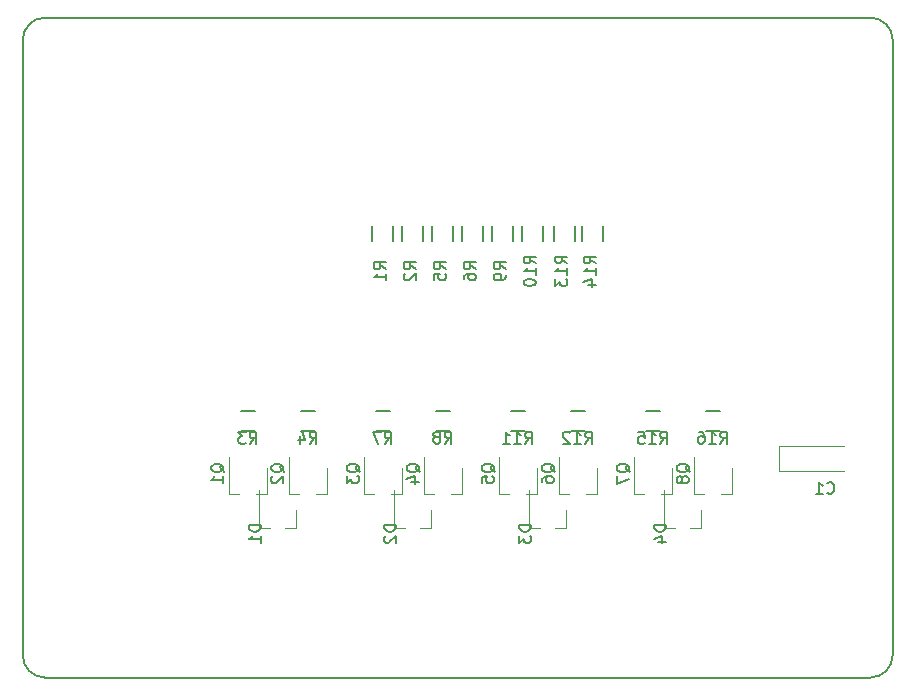
<source format=gbr>
%TF.GenerationSoftware,KiCad,Pcbnew,4.0.7*%
%TF.CreationDate,2018-08-09T22:01:20-06:00*%
%TF.ProjectId,valve_testing,76616C76655F74657374696E672E6B69,rev?*%
%TF.FileFunction,Legend,Bot*%
%FSLAX46Y46*%
G04 Gerber Fmt 4.6, Leading zero omitted, Abs format (unit mm)*
G04 Created by KiCad (PCBNEW 4.0.7) date Thursday, August 09, 2018 'PMt' 10:01:20 PM*
%MOMM*%
%LPD*%
G01*
G04 APERTURE LIST*
%ADD10C,0.150000*%
%ADD11C,0.120000*%
%ADD12C,0.160000*%
G04 APERTURE END LIST*
D10*
X157480000Y-51435000D02*
X157480000Y-50165000D01*
X83820000Y-51435000D02*
X83820000Y-50165000D01*
X83820000Y-100965000D02*
X83820000Y-102235000D01*
X157480000Y-101092000D02*
X157480000Y-102235000D01*
X83820000Y-51435000D02*
X83820000Y-100965000D01*
X157480000Y-51435000D02*
X157480000Y-101092000D01*
X83820000Y-102235000D02*
G75*
G03X85725000Y-104140000I1905000J0D01*
G01*
X85725000Y-48260000D02*
G75*
G03X83820000Y-50165000I0J-1905000D01*
G01*
X157480000Y-50165000D02*
G75*
G03X155575000Y-48260000I-1905000J0D01*
G01*
X155575000Y-104140000D02*
G75*
G03X157480000Y-102235000I0J1905000D01*
G01*
X155575000Y-48260000D02*
X85725000Y-48260000D01*
X85725000Y-104140000D02*
X155575000Y-104140000D01*
D11*
X115000000Y-88578000D02*
X115910000Y-88578000D01*
X112700000Y-88578000D02*
X113600000Y-88578000D01*
X112690000Y-85503000D02*
X112690000Y-88578000D01*
X115910000Y-86428000D02*
X115910000Y-88578000D01*
D10*
X130542000Y-67148000D02*
X130542000Y-65948000D01*
X128792000Y-65948000D02*
X128792000Y-67148000D01*
X115175000Y-67148000D02*
X115175000Y-65948000D01*
X113425000Y-65948000D02*
X113425000Y-67148000D01*
X117715000Y-67148000D02*
X117715000Y-65948000D01*
X115965000Y-65948000D02*
X115965000Y-67148000D01*
X120255000Y-67148000D02*
X120255000Y-65948000D01*
X118505000Y-65948000D02*
X118505000Y-67148000D01*
X122795000Y-67148000D02*
X122795000Y-65948000D01*
X121045000Y-65948000D02*
X121045000Y-67148000D01*
X125335000Y-67148000D02*
X125335000Y-65948000D01*
X123585000Y-65948000D02*
X123585000Y-67148000D01*
X127875000Y-67148000D02*
X127875000Y-65948000D01*
X126125000Y-65948000D02*
X126125000Y-67148000D01*
D11*
X147865000Y-86648000D02*
X153365000Y-86648000D01*
X147865000Y-84548000D02*
X153365000Y-84548000D01*
X147865000Y-86648000D02*
X147865000Y-84548000D01*
D10*
X132955000Y-67148000D02*
X132955000Y-65948000D01*
X131205000Y-65948000D02*
X131205000Y-67148000D01*
D11*
X106990000Y-91438000D02*
X106060000Y-91438000D01*
X103830000Y-91438000D02*
X104760000Y-91438000D01*
X103830000Y-91438000D02*
X103830000Y-88278000D01*
X106990000Y-91438000D02*
X106990000Y-89978000D01*
X118420000Y-91438000D02*
X117490000Y-91438000D01*
X115260000Y-91438000D02*
X116190000Y-91438000D01*
X115260000Y-91438000D02*
X115260000Y-88278000D01*
X118420000Y-91438000D02*
X118420000Y-89978000D01*
X129850000Y-91438000D02*
X128920000Y-91438000D01*
X126690000Y-91438000D02*
X127620000Y-91438000D01*
X126690000Y-91438000D02*
X126690000Y-88278000D01*
X129850000Y-91438000D02*
X129850000Y-89978000D01*
X141280000Y-91438000D02*
X140350000Y-91438000D01*
X138120000Y-91438000D02*
X139050000Y-91438000D01*
X138120000Y-91438000D02*
X138120000Y-88278000D01*
X141280000Y-91438000D02*
X141280000Y-89978000D01*
X103570000Y-88578000D02*
X104480000Y-88578000D01*
X101270000Y-88578000D02*
X102170000Y-88578000D01*
X101260000Y-85503000D02*
X101260000Y-88578000D01*
X104480000Y-86428000D02*
X104480000Y-88578000D01*
X108650000Y-88578000D02*
X109560000Y-88578000D01*
X106350000Y-88578000D02*
X107250000Y-88578000D01*
X106340000Y-85503000D02*
X106340000Y-88578000D01*
X109560000Y-86428000D02*
X109560000Y-88578000D01*
X120080000Y-88578000D02*
X120990000Y-88578000D01*
X117780000Y-88578000D02*
X118680000Y-88578000D01*
X117770000Y-85503000D02*
X117770000Y-88578000D01*
X120990000Y-86428000D02*
X120990000Y-88578000D01*
X126430000Y-88578000D02*
X127340000Y-88578000D01*
X124130000Y-88578000D02*
X125030000Y-88578000D01*
X124120000Y-85503000D02*
X124120000Y-88578000D01*
X127340000Y-86428000D02*
X127340000Y-88578000D01*
X131510000Y-88578000D02*
X132420000Y-88578000D01*
X129210000Y-88578000D02*
X130110000Y-88578000D01*
X129200000Y-85503000D02*
X129200000Y-88578000D01*
X132420000Y-86428000D02*
X132420000Y-88578000D01*
X137860000Y-88578000D02*
X138770000Y-88578000D01*
X135560000Y-88578000D02*
X136460000Y-88578000D01*
X135550000Y-85503000D02*
X135550000Y-88578000D01*
X138770000Y-86428000D02*
X138770000Y-88578000D01*
X142940000Y-88578000D02*
X143850000Y-88578000D01*
X140640000Y-88578000D02*
X141540000Y-88578000D01*
X140630000Y-85503000D02*
X140630000Y-88578000D01*
X143850000Y-86428000D02*
X143850000Y-88578000D01*
D10*
X103470000Y-81548000D02*
X102270000Y-81548000D01*
X102270000Y-83298000D02*
X103470000Y-83298000D01*
X107350000Y-83298000D02*
X108550000Y-83298000D01*
X108550000Y-81548000D02*
X107350000Y-81548000D01*
X114900000Y-81548000D02*
X113700000Y-81548000D01*
X113700000Y-83298000D02*
X114900000Y-83298000D01*
X118780000Y-83298000D02*
X119980000Y-83298000D01*
X119980000Y-81548000D02*
X118780000Y-81548000D01*
X126330000Y-81548000D02*
X125130000Y-81548000D01*
X125130000Y-83298000D02*
X126330000Y-83298000D01*
X130210000Y-83298000D02*
X131410000Y-83298000D01*
X131410000Y-81548000D02*
X130210000Y-81548000D01*
X137760000Y-81548000D02*
X136560000Y-81548000D01*
X136560000Y-83298000D02*
X137760000Y-83298000D01*
X141640000Y-83298000D02*
X142840000Y-83298000D01*
X142840000Y-81548000D02*
X141640000Y-81548000D01*
D12*
X112347619Y-86772762D02*
X112300000Y-86677524D01*
X112204762Y-86582286D01*
X112061905Y-86439429D01*
X112014286Y-86344190D01*
X112014286Y-86248952D01*
X112252381Y-86296571D02*
X112204762Y-86201333D01*
X112109524Y-86106095D01*
X111919048Y-86058476D01*
X111585714Y-86058476D01*
X111395238Y-86106095D01*
X111300000Y-86201333D01*
X111252381Y-86296571D01*
X111252381Y-86487048D01*
X111300000Y-86582286D01*
X111395238Y-86677524D01*
X111585714Y-86725143D01*
X111919048Y-86725143D01*
X112109524Y-86677524D01*
X112204762Y-86582286D01*
X112252381Y-86487048D01*
X112252381Y-86296571D01*
X111252381Y-87058476D02*
X111252381Y-87677524D01*
X111633333Y-87344190D01*
X111633333Y-87487048D01*
X111680952Y-87582286D01*
X111728571Y-87629905D01*
X111823810Y-87677524D01*
X112061905Y-87677524D01*
X112157143Y-87629905D01*
X112204762Y-87582286D01*
X112252381Y-87487048D01*
X112252381Y-87201333D01*
X112204762Y-87106095D01*
X112157143Y-87058476D01*
X129924381Y-69080143D02*
X129448190Y-68746809D01*
X129924381Y-68508714D02*
X128924381Y-68508714D01*
X128924381Y-68889667D01*
X128972000Y-68984905D01*
X129019619Y-69032524D01*
X129114857Y-69080143D01*
X129257714Y-69080143D01*
X129352952Y-69032524D01*
X129400571Y-68984905D01*
X129448190Y-68889667D01*
X129448190Y-68508714D01*
X129924381Y-70032524D02*
X129924381Y-69461095D01*
X129924381Y-69746809D02*
X128924381Y-69746809D01*
X129067238Y-69651571D01*
X129162476Y-69556333D01*
X129210095Y-69461095D01*
X128924381Y-70365857D02*
X128924381Y-70984905D01*
X129305333Y-70651571D01*
X129305333Y-70794429D01*
X129352952Y-70889667D01*
X129400571Y-70937286D01*
X129495810Y-70984905D01*
X129733905Y-70984905D01*
X129829143Y-70937286D01*
X129876762Y-70889667D01*
X129924381Y-70794429D01*
X129924381Y-70508714D01*
X129876762Y-70413476D01*
X129829143Y-70365857D01*
X114557381Y-69556334D02*
X114081190Y-69223000D01*
X114557381Y-68984905D02*
X113557381Y-68984905D01*
X113557381Y-69365858D01*
X113605000Y-69461096D01*
X113652619Y-69508715D01*
X113747857Y-69556334D01*
X113890714Y-69556334D01*
X113985952Y-69508715D01*
X114033571Y-69461096D01*
X114081190Y-69365858D01*
X114081190Y-68984905D01*
X114557381Y-70508715D02*
X114557381Y-69937286D01*
X114557381Y-70223000D02*
X113557381Y-70223000D01*
X113700238Y-70127762D01*
X113795476Y-70032524D01*
X113843095Y-69937286D01*
X117097381Y-69556334D02*
X116621190Y-69223000D01*
X117097381Y-68984905D02*
X116097381Y-68984905D01*
X116097381Y-69365858D01*
X116145000Y-69461096D01*
X116192619Y-69508715D01*
X116287857Y-69556334D01*
X116430714Y-69556334D01*
X116525952Y-69508715D01*
X116573571Y-69461096D01*
X116621190Y-69365858D01*
X116621190Y-68984905D01*
X116192619Y-69937286D02*
X116145000Y-69984905D01*
X116097381Y-70080143D01*
X116097381Y-70318239D01*
X116145000Y-70413477D01*
X116192619Y-70461096D01*
X116287857Y-70508715D01*
X116383095Y-70508715D01*
X116525952Y-70461096D01*
X117097381Y-69889667D01*
X117097381Y-70508715D01*
X119637381Y-69556334D02*
X119161190Y-69223000D01*
X119637381Y-68984905D02*
X118637381Y-68984905D01*
X118637381Y-69365858D01*
X118685000Y-69461096D01*
X118732619Y-69508715D01*
X118827857Y-69556334D01*
X118970714Y-69556334D01*
X119065952Y-69508715D01*
X119113571Y-69461096D01*
X119161190Y-69365858D01*
X119161190Y-68984905D01*
X118637381Y-70461096D02*
X118637381Y-69984905D01*
X119113571Y-69937286D01*
X119065952Y-69984905D01*
X119018333Y-70080143D01*
X119018333Y-70318239D01*
X119065952Y-70413477D01*
X119113571Y-70461096D01*
X119208810Y-70508715D01*
X119446905Y-70508715D01*
X119542143Y-70461096D01*
X119589762Y-70413477D01*
X119637381Y-70318239D01*
X119637381Y-70080143D01*
X119589762Y-69984905D01*
X119542143Y-69937286D01*
X122177381Y-69556334D02*
X121701190Y-69223000D01*
X122177381Y-68984905D02*
X121177381Y-68984905D01*
X121177381Y-69365858D01*
X121225000Y-69461096D01*
X121272619Y-69508715D01*
X121367857Y-69556334D01*
X121510714Y-69556334D01*
X121605952Y-69508715D01*
X121653571Y-69461096D01*
X121701190Y-69365858D01*
X121701190Y-68984905D01*
X121177381Y-70413477D02*
X121177381Y-70223000D01*
X121225000Y-70127762D01*
X121272619Y-70080143D01*
X121415476Y-69984905D01*
X121605952Y-69937286D01*
X121986905Y-69937286D01*
X122082143Y-69984905D01*
X122129762Y-70032524D01*
X122177381Y-70127762D01*
X122177381Y-70318239D01*
X122129762Y-70413477D01*
X122082143Y-70461096D01*
X121986905Y-70508715D01*
X121748810Y-70508715D01*
X121653571Y-70461096D01*
X121605952Y-70413477D01*
X121558333Y-70318239D01*
X121558333Y-70127762D01*
X121605952Y-70032524D01*
X121653571Y-69984905D01*
X121748810Y-69937286D01*
X124717381Y-69556334D02*
X124241190Y-69223000D01*
X124717381Y-68984905D02*
X123717381Y-68984905D01*
X123717381Y-69365858D01*
X123765000Y-69461096D01*
X123812619Y-69508715D01*
X123907857Y-69556334D01*
X124050714Y-69556334D01*
X124145952Y-69508715D01*
X124193571Y-69461096D01*
X124241190Y-69365858D01*
X124241190Y-68984905D01*
X124717381Y-70032524D02*
X124717381Y-70223000D01*
X124669762Y-70318239D01*
X124622143Y-70365858D01*
X124479286Y-70461096D01*
X124288810Y-70508715D01*
X123907857Y-70508715D01*
X123812619Y-70461096D01*
X123765000Y-70413477D01*
X123717381Y-70318239D01*
X123717381Y-70127762D01*
X123765000Y-70032524D01*
X123812619Y-69984905D01*
X123907857Y-69937286D01*
X124145952Y-69937286D01*
X124241190Y-69984905D01*
X124288810Y-70032524D01*
X124336429Y-70127762D01*
X124336429Y-70318239D01*
X124288810Y-70413477D01*
X124241190Y-70461096D01*
X124145952Y-70508715D01*
X127257381Y-69080143D02*
X126781190Y-68746809D01*
X127257381Y-68508714D02*
X126257381Y-68508714D01*
X126257381Y-68889667D01*
X126305000Y-68984905D01*
X126352619Y-69032524D01*
X126447857Y-69080143D01*
X126590714Y-69080143D01*
X126685952Y-69032524D01*
X126733571Y-68984905D01*
X126781190Y-68889667D01*
X126781190Y-68508714D01*
X127257381Y-70032524D02*
X127257381Y-69461095D01*
X127257381Y-69746809D02*
X126257381Y-69746809D01*
X126400238Y-69651571D01*
X126495476Y-69556333D01*
X126543095Y-69461095D01*
X126257381Y-70651571D02*
X126257381Y-70746810D01*
X126305000Y-70842048D01*
X126352619Y-70889667D01*
X126447857Y-70937286D01*
X126638333Y-70984905D01*
X126876429Y-70984905D01*
X127066905Y-70937286D01*
X127162143Y-70889667D01*
X127209762Y-70842048D01*
X127257381Y-70746810D01*
X127257381Y-70651571D01*
X127209762Y-70556333D01*
X127162143Y-70508714D01*
X127066905Y-70461095D01*
X126876429Y-70413476D01*
X126638333Y-70413476D01*
X126447857Y-70461095D01*
X126352619Y-70508714D01*
X126305000Y-70556333D01*
X126257381Y-70651571D01*
X151931666Y-88505143D02*
X151979285Y-88552762D01*
X152122142Y-88600381D01*
X152217380Y-88600381D01*
X152360238Y-88552762D01*
X152455476Y-88457524D01*
X152503095Y-88362286D01*
X152550714Y-88171810D01*
X152550714Y-88028952D01*
X152503095Y-87838476D01*
X152455476Y-87743238D01*
X152360238Y-87648000D01*
X152217380Y-87600381D01*
X152122142Y-87600381D01*
X151979285Y-87648000D01*
X151931666Y-87695619D01*
X150979285Y-88600381D02*
X151550714Y-88600381D01*
X151265000Y-88600381D02*
X151265000Y-87600381D01*
X151360238Y-87743238D01*
X151455476Y-87838476D01*
X151550714Y-87886095D01*
X132337381Y-69080143D02*
X131861190Y-68746809D01*
X132337381Y-68508714D02*
X131337381Y-68508714D01*
X131337381Y-68889667D01*
X131385000Y-68984905D01*
X131432619Y-69032524D01*
X131527857Y-69080143D01*
X131670714Y-69080143D01*
X131765952Y-69032524D01*
X131813571Y-68984905D01*
X131861190Y-68889667D01*
X131861190Y-68508714D01*
X132337381Y-70032524D02*
X132337381Y-69461095D01*
X132337381Y-69746809D02*
X131337381Y-69746809D01*
X131480238Y-69651571D01*
X131575476Y-69556333D01*
X131623095Y-69461095D01*
X131670714Y-70889667D02*
X132337381Y-70889667D01*
X131289762Y-70651571D02*
X132004048Y-70413476D01*
X132004048Y-71032524D01*
X103957381Y-91209905D02*
X102957381Y-91209905D01*
X102957381Y-91448000D01*
X103005000Y-91590858D01*
X103100238Y-91686096D01*
X103195476Y-91733715D01*
X103385952Y-91781334D01*
X103528810Y-91781334D01*
X103719286Y-91733715D01*
X103814524Y-91686096D01*
X103909762Y-91590858D01*
X103957381Y-91448000D01*
X103957381Y-91209905D01*
X103957381Y-92733715D02*
X103957381Y-92162286D01*
X103957381Y-92448000D02*
X102957381Y-92448000D01*
X103100238Y-92352762D01*
X103195476Y-92257524D01*
X103243095Y-92162286D01*
X115427381Y-91209905D02*
X114427381Y-91209905D01*
X114427381Y-91448000D01*
X114475000Y-91590858D01*
X114570238Y-91686096D01*
X114665476Y-91733715D01*
X114855952Y-91781334D01*
X114998810Y-91781334D01*
X115189286Y-91733715D01*
X115284524Y-91686096D01*
X115379762Y-91590858D01*
X115427381Y-91448000D01*
X115427381Y-91209905D01*
X114522619Y-92162286D02*
X114475000Y-92209905D01*
X114427381Y-92305143D01*
X114427381Y-92543239D01*
X114475000Y-92638477D01*
X114522619Y-92686096D01*
X114617857Y-92733715D01*
X114713095Y-92733715D01*
X114855952Y-92686096D01*
X115427381Y-92114667D01*
X115427381Y-92733715D01*
X126857381Y-91209905D02*
X125857381Y-91209905D01*
X125857381Y-91448000D01*
X125905000Y-91590858D01*
X126000238Y-91686096D01*
X126095476Y-91733715D01*
X126285952Y-91781334D01*
X126428810Y-91781334D01*
X126619286Y-91733715D01*
X126714524Y-91686096D01*
X126809762Y-91590858D01*
X126857381Y-91448000D01*
X126857381Y-91209905D01*
X125857381Y-92114667D02*
X125857381Y-92733715D01*
X126238333Y-92400381D01*
X126238333Y-92543239D01*
X126285952Y-92638477D01*
X126333571Y-92686096D01*
X126428810Y-92733715D01*
X126666905Y-92733715D01*
X126762143Y-92686096D01*
X126809762Y-92638477D01*
X126857381Y-92543239D01*
X126857381Y-92257524D01*
X126809762Y-92162286D01*
X126762143Y-92114667D01*
X138287381Y-91209905D02*
X137287381Y-91209905D01*
X137287381Y-91448000D01*
X137335000Y-91590858D01*
X137430238Y-91686096D01*
X137525476Y-91733715D01*
X137715952Y-91781334D01*
X137858810Y-91781334D01*
X138049286Y-91733715D01*
X138144524Y-91686096D01*
X138239762Y-91590858D01*
X138287381Y-91448000D01*
X138287381Y-91209905D01*
X137620714Y-92638477D02*
X138287381Y-92638477D01*
X137239762Y-92400381D02*
X137954048Y-92162286D01*
X137954048Y-92781334D01*
X100877619Y-86772762D02*
X100830000Y-86677524D01*
X100734762Y-86582286D01*
X100591905Y-86439429D01*
X100544286Y-86344190D01*
X100544286Y-86248952D01*
X100782381Y-86296571D02*
X100734762Y-86201333D01*
X100639524Y-86106095D01*
X100449048Y-86058476D01*
X100115714Y-86058476D01*
X99925238Y-86106095D01*
X99830000Y-86201333D01*
X99782381Y-86296571D01*
X99782381Y-86487048D01*
X99830000Y-86582286D01*
X99925238Y-86677524D01*
X100115714Y-86725143D01*
X100449048Y-86725143D01*
X100639524Y-86677524D01*
X100734762Y-86582286D01*
X100782381Y-86487048D01*
X100782381Y-86296571D01*
X100782381Y-87677524D02*
X100782381Y-87106095D01*
X100782381Y-87391809D02*
X99782381Y-87391809D01*
X99925238Y-87296571D01*
X100020476Y-87201333D01*
X100068095Y-87106095D01*
X105957619Y-86772762D02*
X105910000Y-86677524D01*
X105814762Y-86582286D01*
X105671905Y-86439429D01*
X105624286Y-86344190D01*
X105624286Y-86248952D01*
X105862381Y-86296571D02*
X105814762Y-86201333D01*
X105719524Y-86106095D01*
X105529048Y-86058476D01*
X105195714Y-86058476D01*
X105005238Y-86106095D01*
X104910000Y-86201333D01*
X104862381Y-86296571D01*
X104862381Y-86487048D01*
X104910000Y-86582286D01*
X105005238Y-86677524D01*
X105195714Y-86725143D01*
X105529048Y-86725143D01*
X105719524Y-86677524D01*
X105814762Y-86582286D01*
X105862381Y-86487048D01*
X105862381Y-86296571D01*
X104957619Y-87106095D02*
X104910000Y-87153714D01*
X104862381Y-87248952D01*
X104862381Y-87487048D01*
X104910000Y-87582286D01*
X104957619Y-87629905D01*
X105052857Y-87677524D01*
X105148095Y-87677524D01*
X105290952Y-87629905D01*
X105862381Y-87058476D01*
X105862381Y-87677524D01*
X117427619Y-86772762D02*
X117380000Y-86677524D01*
X117284762Y-86582286D01*
X117141905Y-86439429D01*
X117094286Y-86344190D01*
X117094286Y-86248952D01*
X117332381Y-86296571D02*
X117284762Y-86201333D01*
X117189524Y-86106095D01*
X116999048Y-86058476D01*
X116665714Y-86058476D01*
X116475238Y-86106095D01*
X116380000Y-86201333D01*
X116332381Y-86296571D01*
X116332381Y-86487048D01*
X116380000Y-86582286D01*
X116475238Y-86677524D01*
X116665714Y-86725143D01*
X116999048Y-86725143D01*
X117189524Y-86677524D01*
X117284762Y-86582286D01*
X117332381Y-86487048D01*
X117332381Y-86296571D01*
X116665714Y-87582286D02*
X117332381Y-87582286D01*
X116284762Y-87344190D02*
X116999048Y-87106095D01*
X116999048Y-87725143D01*
X123777619Y-86772762D02*
X123730000Y-86677524D01*
X123634762Y-86582286D01*
X123491905Y-86439429D01*
X123444286Y-86344190D01*
X123444286Y-86248952D01*
X123682381Y-86296571D02*
X123634762Y-86201333D01*
X123539524Y-86106095D01*
X123349048Y-86058476D01*
X123015714Y-86058476D01*
X122825238Y-86106095D01*
X122730000Y-86201333D01*
X122682381Y-86296571D01*
X122682381Y-86487048D01*
X122730000Y-86582286D01*
X122825238Y-86677524D01*
X123015714Y-86725143D01*
X123349048Y-86725143D01*
X123539524Y-86677524D01*
X123634762Y-86582286D01*
X123682381Y-86487048D01*
X123682381Y-86296571D01*
X122682381Y-87629905D02*
X122682381Y-87153714D01*
X123158571Y-87106095D01*
X123110952Y-87153714D01*
X123063333Y-87248952D01*
X123063333Y-87487048D01*
X123110952Y-87582286D01*
X123158571Y-87629905D01*
X123253810Y-87677524D01*
X123491905Y-87677524D01*
X123587143Y-87629905D01*
X123634762Y-87582286D01*
X123682381Y-87487048D01*
X123682381Y-87248952D01*
X123634762Y-87153714D01*
X123587143Y-87106095D01*
X128857619Y-86772762D02*
X128810000Y-86677524D01*
X128714762Y-86582286D01*
X128571905Y-86439429D01*
X128524286Y-86344190D01*
X128524286Y-86248952D01*
X128762381Y-86296571D02*
X128714762Y-86201333D01*
X128619524Y-86106095D01*
X128429048Y-86058476D01*
X128095714Y-86058476D01*
X127905238Y-86106095D01*
X127810000Y-86201333D01*
X127762381Y-86296571D01*
X127762381Y-86487048D01*
X127810000Y-86582286D01*
X127905238Y-86677524D01*
X128095714Y-86725143D01*
X128429048Y-86725143D01*
X128619524Y-86677524D01*
X128714762Y-86582286D01*
X128762381Y-86487048D01*
X128762381Y-86296571D01*
X127762381Y-87582286D02*
X127762381Y-87391809D01*
X127810000Y-87296571D01*
X127857619Y-87248952D01*
X128000476Y-87153714D01*
X128190952Y-87106095D01*
X128571905Y-87106095D01*
X128667143Y-87153714D01*
X128714762Y-87201333D01*
X128762381Y-87296571D01*
X128762381Y-87487048D01*
X128714762Y-87582286D01*
X128667143Y-87629905D01*
X128571905Y-87677524D01*
X128333810Y-87677524D01*
X128238571Y-87629905D01*
X128190952Y-87582286D01*
X128143333Y-87487048D01*
X128143333Y-87296571D01*
X128190952Y-87201333D01*
X128238571Y-87153714D01*
X128333810Y-87106095D01*
X135207619Y-86772762D02*
X135160000Y-86677524D01*
X135064762Y-86582286D01*
X134921905Y-86439429D01*
X134874286Y-86344190D01*
X134874286Y-86248952D01*
X135112381Y-86296571D02*
X135064762Y-86201333D01*
X134969524Y-86106095D01*
X134779048Y-86058476D01*
X134445714Y-86058476D01*
X134255238Y-86106095D01*
X134160000Y-86201333D01*
X134112381Y-86296571D01*
X134112381Y-86487048D01*
X134160000Y-86582286D01*
X134255238Y-86677524D01*
X134445714Y-86725143D01*
X134779048Y-86725143D01*
X134969524Y-86677524D01*
X135064762Y-86582286D01*
X135112381Y-86487048D01*
X135112381Y-86296571D01*
X134112381Y-87058476D02*
X134112381Y-87725143D01*
X135112381Y-87296571D01*
X140287619Y-86772762D02*
X140240000Y-86677524D01*
X140144762Y-86582286D01*
X140001905Y-86439429D01*
X139954286Y-86344190D01*
X139954286Y-86248952D01*
X140192381Y-86296571D02*
X140144762Y-86201333D01*
X140049524Y-86106095D01*
X139859048Y-86058476D01*
X139525714Y-86058476D01*
X139335238Y-86106095D01*
X139240000Y-86201333D01*
X139192381Y-86296571D01*
X139192381Y-86487048D01*
X139240000Y-86582286D01*
X139335238Y-86677524D01*
X139525714Y-86725143D01*
X139859048Y-86725143D01*
X140049524Y-86677524D01*
X140144762Y-86582286D01*
X140192381Y-86487048D01*
X140192381Y-86296571D01*
X139620952Y-87296571D02*
X139573333Y-87201333D01*
X139525714Y-87153714D01*
X139430476Y-87106095D01*
X139382857Y-87106095D01*
X139287619Y-87153714D01*
X139240000Y-87201333D01*
X139192381Y-87296571D01*
X139192381Y-87487048D01*
X139240000Y-87582286D01*
X139287619Y-87629905D01*
X139382857Y-87677524D01*
X139430476Y-87677524D01*
X139525714Y-87629905D01*
X139573333Y-87582286D01*
X139620952Y-87487048D01*
X139620952Y-87296571D01*
X139668571Y-87201333D01*
X139716190Y-87153714D01*
X139811429Y-87106095D01*
X140001905Y-87106095D01*
X140097143Y-87153714D01*
X140144762Y-87201333D01*
X140192381Y-87296571D01*
X140192381Y-87487048D01*
X140144762Y-87582286D01*
X140097143Y-87629905D01*
X140001905Y-87677524D01*
X139811429Y-87677524D01*
X139716190Y-87629905D01*
X139668571Y-87582286D01*
X139620952Y-87487048D01*
X103036666Y-84340381D02*
X103370000Y-83864190D01*
X103608095Y-84340381D02*
X103608095Y-83340381D01*
X103227142Y-83340381D01*
X103131904Y-83388000D01*
X103084285Y-83435619D01*
X103036666Y-83530857D01*
X103036666Y-83673714D01*
X103084285Y-83768952D01*
X103131904Y-83816571D01*
X103227142Y-83864190D01*
X103608095Y-83864190D01*
X102703333Y-83340381D02*
X102084285Y-83340381D01*
X102417619Y-83721333D01*
X102274761Y-83721333D01*
X102179523Y-83768952D01*
X102131904Y-83816571D01*
X102084285Y-83911810D01*
X102084285Y-84149905D01*
X102131904Y-84245143D01*
X102179523Y-84292762D01*
X102274761Y-84340381D01*
X102560476Y-84340381D01*
X102655714Y-84292762D01*
X102703333Y-84245143D01*
X108116666Y-84331381D02*
X108450000Y-83855190D01*
X108688095Y-84331381D02*
X108688095Y-83331381D01*
X108307142Y-83331381D01*
X108211904Y-83379000D01*
X108164285Y-83426619D01*
X108116666Y-83521857D01*
X108116666Y-83664714D01*
X108164285Y-83759952D01*
X108211904Y-83807571D01*
X108307142Y-83855190D01*
X108688095Y-83855190D01*
X107259523Y-83664714D02*
X107259523Y-84331381D01*
X107497619Y-83283762D02*
X107735714Y-83998048D01*
X107116666Y-83998048D01*
X114466666Y-84340381D02*
X114800000Y-83864190D01*
X115038095Y-84340381D02*
X115038095Y-83340381D01*
X114657142Y-83340381D01*
X114561904Y-83388000D01*
X114514285Y-83435619D01*
X114466666Y-83530857D01*
X114466666Y-83673714D01*
X114514285Y-83768952D01*
X114561904Y-83816571D01*
X114657142Y-83864190D01*
X115038095Y-83864190D01*
X114133333Y-83340381D02*
X113466666Y-83340381D01*
X113895238Y-84340381D01*
X119546666Y-84331381D02*
X119880000Y-83855190D01*
X120118095Y-84331381D02*
X120118095Y-83331381D01*
X119737142Y-83331381D01*
X119641904Y-83379000D01*
X119594285Y-83426619D01*
X119546666Y-83521857D01*
X119546666Y-83664714D01*
X119594285Y-83759952D01*
X119641904Y-83807571D01*
X119737142Y-83855190D01*
X120118095Y-83855190D01*
X118975238Y-83759952D02*
X119070476Y-83712333D01*
X119118095Y-83664714D01*
X119165714Y-83569476D01*
X119165714Y-83521857D01*
X119118095Y-83426619D01*
X119070476Y-83379000D01*
X118975238Y-83331381D01*
X118784761Y-83331381D01*
X118689523Y-83379000D01*
X118641904Y-83426619D01*
X118594285Y-83521857D01*
X118594285Y-83569476D01*
X118641904Y-83664714D01*
X118689523Y-83712333D01*
X118784761Y-83759952D01*
X118975238Y-83759952D01*
X119070476Y-83807571D01*
X119118095Y-83855190D01*
X119165714Y-83950429D01*
X119165714Y-84140905D01*
X119118095Y-84236143D01*
X119070476Y-84283762D01*
X118975238Y-84331381D01*
X118784761Y-84331381D01*
X118689523Y-84283762D01*
X118641904Y-84236143D01*
X118594285Y-84140905D01*
X118594285Y-83950429D01*
X118641904Y-83855190D01*
X118689523Y-83807571D01*
X118784761Y-83759952D01*
X126372857Y-84340381D02*
X126706191Y-83864190D01*
X126944286Y-84340381D02*
X126944286Y-83340381D01*
X126563333Y-83340381D01*
X126468095Y-83388000D01*
X126420476Y-83435619D01*
X126372857Y-83530857D01*
X126372857Y-83673714D01*
X126420476Y-83768952D01*
X126468095Y-83816571D01*
X126563333Y-83864190D01*
X126944286Y-83864190D01*
X125420476Y-84340381D02*
X125991905Y-84340381D01*
X125706191Y-84340381D02*
X125706191Y-83340381D01*
X125801429Y-83483238D01*
X125896667Y-83578476D01*
X125991905Y-83626095D01*
X124468095Y-84340381D02*
X125039524Y-84340381D01*
X124753810Y-84340381D02*
X124753810Y-83340381D01*
X124849048Y-83483238D01*
X124944286Y-83578476D01*
X125039524Y-83626095D01*
X131452857Y-84331381D02*
X131786191Y-83855190D01*
X132024286Y-84331381D02*
X132024286Y-83331381D01*
X131643333Y-83331381D01*
X131548095Y-83379000D01*
X131500476Y-83426619D01*
X131452857Y-83521857D01*
X131452857Y-83664714D01*
X131500476Y-83759952D01*
X131548095Y-83807571D01*
X131643333Y-83855190D01*
X132024286Y-83855190D01*
X130500476Y-84331381D02*
X131071905Y-84331381D01*
X130786191Y-84331381D02*
X130786191Y-83331381D01*
X130881429Y-83474238D01*
X130976667Y-83569476D01*
X131071905Y-83617095D01*
X130119524Y-83426619D02*
X130071905Y-83379000D01*
X129976667Y-83331381D01*
X129738571Y-83331381D01*
X129643333Y-83379000D01*
X129595714Y-83426619D01*
X129548095Y-83521857D01*
X129548095Y-83617095D01*
X129595714Y-83759952D01*
X130167143Y-84331381D01*
X129548095Y-84331381D01*
X137802857Y-84340381D02*
X138136191Y-83864190D01*
X138374286Y-84340381D02*
X138374286Y-83340381D01*
X137993333Y-83340381D01*
X137898095Y-83388000D01*
X137850476Y-83435619D01*
X137802857Y-83530857D01*
X137802857Y-83673714D01*
X137850476Y-83768952D01*
X137898095Y-83816571D01*
X137993333Y-83864190D01*
X138374286Y-83864190D01*
X136850476Y-84340381D02*
X137421905Y-84340381D01*
X137136191Y-84340381D02*
X137136191Y-83340381D01*
X137231429Y-83483238D01*
X137326667Y-83578476D01*
X137421905Y-83626095D01*
X135945714Y-83340381D02*
X136421905Y-83340381D01*
X136469524Y-83816571D01*
X136421905Y-83768952D01*
X136326667Y-83721333D01*
X136088571Y-83721333D01*
X135993333Y-83768952D01*
X135945714Y-83816571D01*
X135898095Y-83911810D01*
X135898095Y-84149905D01*
X135945714Y-84245143D01*
X135993333Y-84292762D01*
X136088571Y-84340381D01*
X136326667Y-84340381D01*
X136421905Y-84292762D01*
X136469524Y-84245143D01*
X142882857Y-84331381D02*
X143216191Y-83855190D01*
X143454286Y-84331381D02*
X143454286Y-83331381D01*
X143073333Y-83331381D01*
X142978095Y-83379000D01*
X142930476Y-83426619D01*
X142882857Y-83521857D01*
X142882857Y-83664714D01*
X142930476Y-83759952D01*
X142978095Y-83807571D01*
X143073333Y-83855190D01*
X143454286Y-83855190D01*
X141930476Y-84331381D02*
X142501905Y-84331381D01*
X142216191Y-84331381D02*
X142216191Y-83331381D01*
X142311429Y-83474238D01*
X142406667Y-83569476D01*
X142501905Y-83617095D01*
X141073333Y-83331381D02*
X141263810Y-83331381D01*
X141359048Y-83379000D01*
X141406667Y-83426619D01*
X141501905Y-83569476D01*
X141549524Y-83759952D01*
X141549524Y-84140905D01*
X141501905Y-84236143D01*
X141454286Y-84283762D01*
X141359048Y-84331381D01*
X141168571Y-84331381D01*
X141073333Y-84283762D01*
X141025714Y-84236143D01*
X140978095Y-84140905D01*
X140978095Y-83902810D01*
X141025714Y-83807571D01*
X141073333Y-83759952D01*
X141168571Y-83712333D01*
X141359048Y-83712333D01*
X141454286Y-83759952D01*
X141501905Y-83807571D01*
X141549524Y-83902810D01*
M02*

</source>
